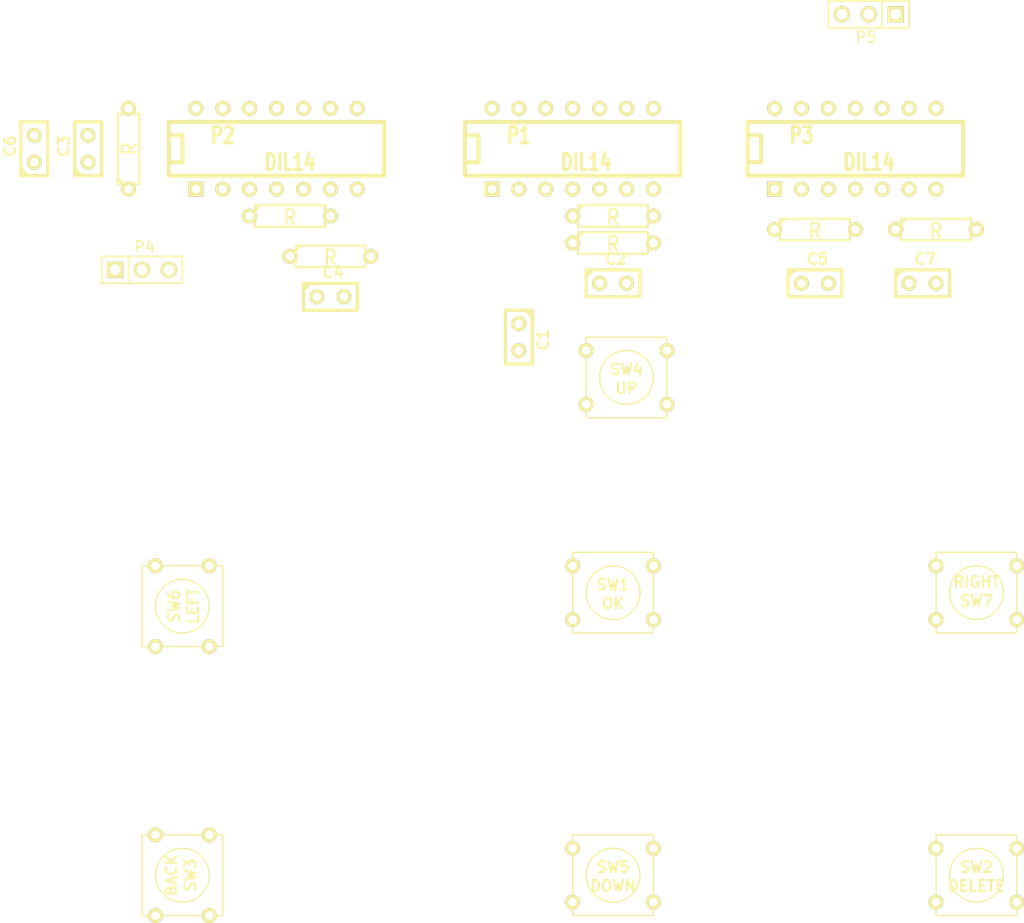
<source format=kicad_pcb>
(kicad_pcb (version 3) (host pcbnew "(2013-07-07 BZR 4022)-stable")

  (general
    (links 75)
    (no_connects 75)
    (area 0 0 0 0)
    (thickness 1.6)
    (drawings 0)
    (tracks 0)
    (zones 0)
    (modules 26)
    (nets 19)
  )

  (page A3)
  (layers
    (15 F.Cu signal)
    (0 B.Cu signal)
    (16 B.Adhes user)
    (17 F.Adhes user)
    (18 B.Paste user)
    (19 F.Paste user)
    (20 B.SilkS user)
    (21 F.SilkS user)
    (22 B.Mask user)
    (23 F.Mask user)
    (24 Dwgs.User user)
    (25 Cmts.User user)
    (26 Eco1.User user)
    (27 Eco2.User user)
    (28 Edge.Cuts user)
  )

  (setup
    (last_trace_width 0.254)
    (trace_clearance 0.254)
    (zone_clearance 0.508)
    (zone_45_only no)
    (trace_min 0.254)
    (segment_width 0.2)
    (edge_width 0.1)
    (via_size 0.889)
    (via_drill 0.635)
    (via_min_size 0.889)
    (via_min_drill 0.508)
    (uvia_size 0.508)
    (uvia_drill 0.127)
    (uvias_allowed no)
    (uvia_min_size 0.508)
    (uvia_min_drill 0.127)
    (pcb_text_width 0.3)
    (pcb_text_size 1.5 1.5)
    (mod_edge_width 0.15)
    (mod_text_size 1 1)
    (mod_text_width 0.15)
    (pad_size 1.5 1.5)
    (pad_drill 0.6)
    (pad_to_mask_clearance 0)
    (aux_axis_origin 0 0)
    (visible_elements FFFFFFBF)
    (pcbplotparams
      (layerselection 3178497)
      (usegerberextensions true)
      (excludeedgelayer true)
      (linewidth 0.150000)
      (plotframeref false)
      (viasonmask false)
      (mode 1)
      (useauxorigin false)
      (hpglpennumber 1)
      (hpglpenspeed 20)
      (hpglpendiameter 15)
      (hpglpenoverlay 2)
      (psnegative false)
      (psa4output false)
      (plotreference true)
      (plotvalue true)
      (plotothertext true)
      (plotinvisibletext false)
      (padsonsilk false)
      (subtractmaskfromsilk false)
      (outputformat 1)
      (mirror false)
      (drillshape 1)
      (scaleselection 1)
      (outputdirectory ""))
  )

  (net 0 "")
  (net 1 /a)
  (net 2 /b)
  (net 3 /b0)
  (net 4 /b01)
  (net 5 /b02)
  (net 6 /b1)
  (net 7 /b11)
  (net 8 /b12)
  (net 9 /b2)
  (net 10 /b21)
  (net 11 /b22)
  (net 12 /c)
  (net 13 /d)
  (net 14 /e)
  (net 15 /f)
  (net 16 /g)
  (net 17 /vcc)
  (net 18 gnd)

  (net_class Default "This is the default net class."
    (clearance 0.254)
    (trace_width 0.254)
    (via_dia 0.889)
    (via_drill 0.635)
    (uvia_dia 0.508)
    (uvia_drill 0.127)
    (add_net "")
    (add_net /a)
    (add_net /b)
    (add_net /b0)
    (add_net /b01)
    (add_net /b02)
    (add_net /b1)
    (add_net /b11)
    (add_net /b12)
    (add_net /b2)
    (add_net /b21)
    (add_net /b22)
    (add_net /c)
    (add_net /d)
    (add_net /e)
    (add_net /f)
    (add_net /g)
    (add_net /vcc)
    (add_net gnd)
  )

  (module SW_PUSH_SMALL (layer F.Cu) (tedit 46544DB3) (tstamp 5A61D75B)
    (at 237.49 93.98)
    (path /5A61C500)
    (fp_text reference SW4 (at 0 -0.762) (layer F.SilkS)
      (effects (font (size 1.016 1.016) (thickness 0.2032)))
    )
    (fp_text value UP (at 0 1.016) (layer F.SilkS)
      (effects (font (size 1.016 1.016) (thickness 0.2032)))
    )
    (fp_circle (center 0 0) (end 0 -2.54) (layer F.SilkS) (width 0.127))
    (fp_line (start -3.81 -3.81) (end 3.81 -3.81) (layer F.SilkS) (width 0.127))
    (fp_line (start 3.81 -3.81) (end 3.81 3.81) (layer F.SilkS) (width 0.127))
    (fp_line (start 3.81 3.81) (end -3.81 3.81) (layer F.SilkS) (width 0.127))
    (fp_line (start -3.81 -3.81) (end -3.81 3.81) (layer F.SilkS) (width 0.127))
    (pad 1 thru_hole circle (at 3.81 -2.54) (size 1.397 1.397) (drill 0.8128)
      (layers *.Cu *.Mask F.SilkS)
      (net 17 /vcc)
    )
    (pad 2 thru_hole circle (at 3.81 2.54) (size 1.397 1.397) (drill 0.8128)
      (layers *.Cu *.Mask F.SilkS)
      (net 1 /a)
    )
    (pad 1 thru_hole circle (at -3.81 -2.54) (size 1.397 1.397) (drill 0.8128)
      (layers *.Cu *.Mask F.SilkS)
      (net 17 /vcc)
    )
    (pad 2 thru_hole circle (at -3.81 2.54) (size 1.397 1.397) (drill 0.8128)
      (layers *.Cu *.Mask F.SilkS)
      (net 1 /a)
    )
  )

  (module SW_PUSH_SMALL (layer F.Cu) (tedit 46544DB3) (tstamp 5A61D768)
    (at 236.22 140.97)
    (path /5A61C57B)
    (fp_text reference SW5 (at 0 -0.762) (layer F.SilkS)
      (effects (font (size 1.016 1.016) (thickness 0.2032)))
    )
    (fp_text value DOWN (at 0 1.016) (layer F.SilkS)
      (effects (font (size 1.016 1.016) (thickness 0.2032)))
    )
    (fp_circle (center 0 0) (end 0 -2.54) (layer F.SilkS) (width 0.127))
    (fp_line (start -3.81 -3.81) (end 3.81 -3.81) (layer F.SilkS) (width 0.127))
    (fp_line (start 3.81 -3.81) (end 3.81 3.81) (layer F.SilkS) (width 0.127))
    (fp_line (start 3.81 3.81) (end -3.81 3.81) (layer F.SilkS) (width 0.127))
    (fp_line (start -3.81 -3.81) (end -3.81 3.81) (layer F.SilkS) (width 0.127))
    (pad 1 thru_hole circle (at 3.81 -2.54) (size 1.397 1.397) (drill 0.8128)
      (layers *.Cu *.Mask F.SilkS)
    )
    (pad 2 thru_hole circle (at 3.81 2.54) (size 1.397 1.397) (drill 0.8128)
      (layers *.Cu *.Mask F.SilkS)
      (net 2 /b)
    )
    (pad 1 thru_hole circle (at -3.81 -2.54) (size 1.397 1.397) (drill 0.8128)
      (layers *.Cu *.Mask F.SilkS)
    )
    (pad 2 thru_hole circle (at -3.81 2.54) (size 1.397 1.397) (drill 0.8128)
      (layers *.Cu *.Mask F.SilkS)
      (net 2 /b)
    )
  )

  (module SW_PUSH_SMALL (layer F.Cu) (tedit 46544DB3) (tstamp 5A61D775)
    (at 195.58 115.57 90)
    (path /5A61C5CB)
    (fp_text reference SW6 (at 0 -0.762 90) (layer F.SilkS)
      (effects (font (size 1.016 1.016) (thickness 0.2032)))
    )
    (fp_text value LEFT (at 0 1.016 90) (layer F.SilkS)
      (effects (font (size 1.016 1.016) (thickness 0.2032)))
    )
    (fp_circle (center 0 0) (end 0 -2.54) (layer F.SilkS) (width 0.127))
    (fp_line (start -3.81 -3.81) (end 3.81 -3.81) (layer F.SilkS) (width 0.127))
    (fp_line (start 3.81 -3.81) (end 3.81 3.81) (layer F.SilkS) (width 0.127))
    (fp_line (start 3.81 3.81) (end -3.81 3.81) (layer F.SilkS) (width 0.127))
    (fp_line (start -3.81 -3.81) (end -3.81 3.81) (layer F.SilkS) (width 0.127))
    (pad 1 thru_hole circle (at 3.81 -2.54 90) (size 1.397 1.397) (drill 0.8128)
      (layers *.Cu *.Mask F.SilkS)
      (net 17 /vcc)
    )
    (pad 2 thru_hole circle (at 3.81 2.54 90) (size 1.397 1.397) (drill 0.8128)
      (layers *.Cu *.Mask F.SilkS)
      (net 12 /c)
    )
    (pad 1 thru_hole circle (at -3.81 -2.54 90) (size 1.397 1.397) (drill 0.8128)
      (layers *.Cu *.Mask F.SilkS)
      (net 17 /vcc)
    )
    (pad 2 thru_hole circle (at -3.81 2.54 90) (size 1.397 1.397) (drill 0.8128)
      (layers *.Cu *.Mask F.SilkS)
      (net 12 /c)
    )
  )

  (module SW_PUSH_SMALL (layer F.Cu) (tedit 46544DB3) (tstamp 5A61D782)
    (at 270.51 114.3 180)
    (path /5A61C610)
    (fp_text reference SW7 (at 0 -0.762 180) (layer F.SilkS)
      (effects (font (size 1.016 1.016) (thickness 0.2032)))
    )
    (fp_text value RIGHT (at 0 1.016 180) (layer F.SilkS)
      (effects (font (size 1.016 1.016) (thickness 0.2032)))
    )
    (fp_circle (center 0 0) (end 0 -2.54) (layer F.SilkS) (width 0.127))
    (fp_line (start -3.81 -3.81) (end 3.81 -3.81) (layer F.SilkS) (width 0.127))
    (fp_line (start 3.81 -3.81) (end 3.81 3.81) (layer F.SilkS) (width 0.127))
    (fp_line (start 3.81 3.81) (end -3.81 3.81) (layer F.SilkS) (width 0.127))
    (fp_line (start -3.81 -3.81) (end -3.81 3.81) (layer F.SilkS) (width 0.127))
    (pad 1 thru_hole circle (at 3.81 -2.54 180) (size 1.397 1.397) (drill 0.8128)
      (layers *.Cu *.Mask F.SilkS)
      (net 17 /vcc)
    )
    (pad 2 thru_hole circle (at 3.81 2.54 180) (size 1.397 1.397) (drill 0.8128)
      (layers *.Cu *.Mask F.SilkS)
      (net 13 /d)
    )
    (pad 1 thru_hole circle (at -3.81 -2.54 180) (size 1.397 1.397) (drill 0.8128)
      (layers *.Cu *.Mask F.SilkS)
      (net 17 /vcc)
    )
    (pad 2 thru_hole circle (at -3.81 2.54 180) (size 1.397 1.397) (drill 0.8128)
      (layers *.Cu *.Mask F.SilkS)
      (net 13 /d)
    )
  )

  (module SW_PUSH_SMALL (layer F.Cu) (tedit 46544DB3) (tstamp 5A61D78F)
    (at 236.22 114.3)
    (path /5A61C64C)
    (fp_text reference SW1 (at 0 -0.762) (layer F.SilkS)
      (effects (font (size 1.016 1.016) (thickness 0.2032)))
    )
    (fp_text value OK (at 0 1.016) (layer F.SilkS)
      (effects (font (size 1.016 1.016) (thickness 0.2032)))
    )
    (fp_circle (center 0 0) (end 0 -2.54) (layer F.SilkS) (width 0.127))
    (fp_line (start -3.81 -3.81) (end 3.81 -3.81) (layer F.SilkS) (width 0.127))
    (fp_line (start 3.81 -3.81) (end 3.81 3.81) (layer F.SilkS) (width 0.127))
    (fp_line (start 3.81 3.81) (end -3.81 3.81) (layer F.SilkS) (width 0.127))
    (fp_line (start -3.81 -3.81) (end -3.81 3.81) (layer F.SilkS) (width 0.127))
    (pad 1 thru_hole circle (at 3.81 -2.54) (size 1.397 1.397) (drill 0.8128)
      (layers *.Cu *.Mask F.SilkS)
      (net 17 /vcc)
    )
    (pad 2 thru_hole circle (at 3.81 2.54) (size 1.397 1.397) (drill 0.8128)
      (layers *.Cu *.Mask F.SilkS)
      (net 14 /e)
    )
    (pad 1 thru_hole circle (at -3.81 -2.54) (size 1.397 1.397) (drill 0.8128)
      (layers *.Cu *.Mask F.SilkS)
      (net 17 /vcc)
    )
    (pad 2 thru_hole circle (at -3.81 2.54) (size 1.397 1.397) (drill 0.8128)
      (layers *.Cu *.Mask F.SilkS)
      (net 14 /e)
    )
  )

  (module SW_PUSH_SMALL (layer F.Cu) (tedit 46544DB3) (tstamp 5A61D79C)
    (at 270.51 140.97)
    (path /5A61C68F)
    (fp_text reference SW2 (at 0 -0.762) (layer F.SilkS)
      (effects (font (size 1.016 1.016) (thickness 0.2032)))
    )
    (fp_text value DELETE (at 0 1.016) (layer F.SilkS)
      (effects (font (size 1.016 1.016) (thickness 0.2032)))
    )
    (fp_circle (center 0 0) (end 0 -2.54) (layer F.SilkS) (width 0.127))
    (fp_line (start -3.81 -3.81) (end 3.81 -3.81) (layer F.SilkS) (width 0.127))
    (fp_line (start 3.81 -3.81) (end 3.81 3.81) (layer F.SilkS) (width 0.127))
    (fp_line (start 3.81 3.81) (end -3.81 3.81) (layer F.SilkS) (width 0.127))
    (fp_line (start -3.81 -3.81) (end -3.81 3.81) (layer F.SilkS) (width 0.127))
    (pad 1 thru_hole circle (at 3.81 -2.54) (size 1.397 1.397) (drill 0.8128)
      (layers *.Cu *.Mask F.SilkS)
      (net 17 /vcc)
    )
    (pad 2 thru_hole circle (at 3.81 2.54) (size 1.397 1.397) (drill 0.8128)
      (layers *.Cu *.Mask F.SilkS)
      (net 15 /f)
    )
    (pad 1 thru_hole circle (at -3.81 -2.54) (size 1.397 1.397) (drill 0.8128)
      (layers *.Cu *.Mask F.SilkS)
      (net 17 /vcc)
    )
    (pad 2 thru_hole circle (at -3.81 2.54) (size 1.397 1.397) (drill 0.8128)
      (layers *.Cu *.Mask F.SilkS)
      (net 15 /f)
    )
  )

  (module SW_PUSH_SMALL (layer F.Cu) (tedit 46544DB3) (tstamp 5A61DE25)
    (at 195.58 140.97 270)
    (path /5A61C6D7)
    (fp_text reference SW3 (at 0 -0.762 270) (layer F.SilkS)
      (effects (font (size 1.016 1.016) (thickness 0.2032)))
    )
    (fp_text value BACK (at 0 1.016 270) (layer F.SilkS)
      (effects (font (size 1.016 1.016) (thickness 0.2032)))
    )
    (fp_circle (center 0 0) (end 0 -2.54) (layer F.SilkS) (width 0.127))
    (fp_line (start -3.81 -3.81) (end 3.81 -3.81) (layer F.SilkS) (width 0.127))
    (fp_line (start 3.81 -3.81) (end 3.81 3.81) (layer F.SilkS) (width 0.127))
    (fp_line (start 3.81 3.81) (end -3.81 3.81) (layer F.SilkS) (width 0.127))
    (fp_line (start -3.81 -3.81) (end -3.81 3.81) (layer F.SilkS) (width 0.127))
    (pad 1 thru_hole circle (at 3.81 -2.54 270) (size 1.397 1.397) (drill 0.8128)
      (layers *.Cu *.Mask F.SilkS)
      (net 17 /vcc)
    )
    (pad 2 thru_hole circle (at 3.81 2.54 270) (size 1.397 1.397) (drill 0.8128)
      (layers *.Cu *.Mask F.SilkS)
      (net 16 /g)
    )
    (pad 1 thru_hole circle (at -3.81 -2.54 270) (size 1.397 1.397) (drill 0.8128)
      (layers *.Cu *.Mask F.SilkS)
      (net 17 /vcc)
    )
    (pad 2 thru_hole circle (at -3.81 2.54 270) (size 1.397 1.397) (drill 0.8128)
      (layers *.Cu *.Mask F.SilkS)
      (net 16 /g)
    )
  )

  (module R3 (layer F.Cu) (tedit 4E4C0E65) (tstamp 5A61D7B7)
    (at 236.22 81.28)
    (descr "Resitance 3 pas")
    (tags R)
    (path /5A61C1C9)
    (autoplace_cost180 10)
    (fp_text reference R4 (at 0 0.127) (layer F.SilkS) hide
      (effects (font (size 1.397 1.27) (thickness 0.2032)))
    )
    (fp_text value R (at 0 0.127) (layer F.SilkS)
      (effects (font (size 1.397 1.27) (thickness 0.2032)))
    )
    (fp_line (start -3.81 0) (end -3.302 0) (layer F.SilkS) (width 0.2032))
    (fp_line (start 3.81 0) (end 3.302 0) (layer F.SilkS) (width 0.2032))
    (fp_line (start 3.302 0) (end 3.302 -1.016) (layer F.SilkS) (width 0.2032))
    (fp_line (start 3.302 -1.016) (end -3.302 -1.016) (layer F.SilkS) (width 0.2032))
    (fp_line (start -3.302 -1.016) (end -3.302 1.016) (layer F.SilkS) (width 0.2032))
    (fp_line (start -3.302 1.016) (end 3.302 1.016) (layer F.SilkS) (width 0.2032))
    (fp_line (start 3.302 1.016) (end 3.302 0) (layer F.SilkS) (width 0.2032))
    (fp_line (start -3.302 -0.508) (end -2.794 -1.016) (layer F.SilkS) (width 0.2032))
    (pad 1 thru_hole circle (at -3.81 0) (size 1.397 1.397) (drill 0.8128)
      (layers *.Cu *.Mask F.SilkS)
      (net 1 /a)
    )
    (pad 2 thru_hole circle (at 3.81 0) (size 1.397 1.397) (drill 0.8128)
      (layers *.Cu *.Mask F.SilkS)
      (net 18 gnd)
    )
    (model discret/resistor.wrl
      (at (xyz 0 0 0))
      (scale (xyz 0.3 0.3 0.3))
      (rotate (xyz 0 0 0))
    )
  )

  (module R3 (layer F.Cu) (tedit 4E4C0E65) (tstamp 5A61D7C5)
    (at 209.55 82.55)
    (descr "Resitance 3 pas")
    (tags R)
    (path /5A61D6AD)
    (autoplace_cost180 10)
    (fp_text reference R1 (at 0 0.127) (layer F.SilkS) hide
      (effects (font (size 1.397 1.27) (thickness 0.2032)))
    )
    (fp_text value R (at 0 0.127) (layer F.SilkS)
      (effects (font (size 1.397 1.27) (thickness 0.2032)))
    )
    (fp_line (start -3.81 0) (end -3.302 0) (layer F.SilkS) (width 0.2032))
    (fp_line (start 3.81 0) (end 3.302 0) (layer F.SilkS) (width 0.2032))
    (fp_line (start 3.302 0) (end 3.302 -1.016) (layer F.SilkS) (width 0.2032))
    (fp_line (start 3.302 -1.016) (end -3.302 -1.016) (layer F.SilkS) (width 0.2032))
    (fp_line (start -3.302 -1.016) (end -3.302 1.016) (layer F.SilkS) (width 0.2032))
    (fp_line (start -3.302 1.016) (end 3.302 1.016) (layer F.SilkS) (width 0.2032))
    (fp_line (start 3.302 1.016) (end 3.302 0) (layer F.SilkS) (width 0.2032))
    (fp_line (start -3.302 -0.508) (end -2.794 -1.016) (layer F.SilkS) (width 0.2032))
    (pad 1 thru_hole circle (at -3.81 0) (size 1.397 1.397) (drill 0.8128)
      (layers *.Cu *.Mask F.SilkS)
      (net 16 /g)
    )
    (pad 2 thru_hole circle (at 3.81 0) (size 1.397 1.397) (drill 0.8128)
      (layers *.Cu *.Mask F.SilkS)
      (net 18 gnd)
    )
    (model discret/resistor.wrl
      (at (xyz 0 0 0))
      (scale (xyz 0.3 0.3 0.3))
      (rotate (xyz 0 0 0))
    )
  )

  (module R3 (layer F.Cu) (tedit 4E4C0E65) (tstamp 5A61D7D3)
    (at 236.22 78.74)
    (descr "Resitance 3 pas")
    (tags R)
    (path /5A61D656)
    (autoplace_cost180 10)
    (fp_text reference R3 (at 0 0.127) (layer F.SilkS) hide
      (effects (font (size 1.397 1.27) (thickness 0.2032)))
    )
    (fp_text value R (at 0 0.127) (layer F.SilkS)
      (effects (font (size 1.397 1.27) (thickness 0.2032)))
    )
    (fp_line (start -3.81 0) (end -3.302 0) (layer F.SilkS) (width 0.2032))
    (fp_line (start 3.81 0) (end 3.302 0) (layer F.SilkS) (width 0.2032))
    (fp_line (start 3.302 0) (end 3.302 -1.016) (layer F.SilkS) (width 0.2032))
    (fp_line (start 3.302 -1.016) (end -3.302 -1.016) (layer F.SilkS) (width 0.2032))
    (fp_line (start -3.302 -1.016) (end -3.302 1.016) (layer F.SilkS) (width 0.2032))
    (fp_line (start -3.302 1.016) (end 3.302 1.016) (layer F.SilkS) (width 0.2032))
    (fp_line (start 3.302 1.016) (end 3.302 0) (layer F.SilkS) (width 0.2032))
    (fp_line (start -3.302 -0.508) (end -2.794 -1.016) (layer F.SilkS) (width 0.2032))
    (pad 1 thru_hole circle (at -3.81 0) (size 1.397 1.397) (drill 0.8128)
      (layers *.Cu *.Mask F.SilkS)
      (net 15 /f)
    )
    (pad 2 thru_hole circle (at 3.81 0) (size 1.397 1.397) (drill 0.8128)
      (layers *.Cu *.Mask F.SilkS)
      (net 18 gnd)
    )
    (model discret/resistor.wrl
      (at (xyz 0 0 0))
      (scale (xyz 0.3 0.3 0.3))
      (rotate (xyz 0 0 0))
    )
  )

  (module R3 (layer F.Cu) (tedit 4E4C0E65) (tstamp 5A61D7E1)
    (at 266.7 80.01)
    (descr "Resitance 3 pas")
    (tags R)
    (path /5A61D60A)
    (autoplace_cost180 10)
    (fp_text reference R2 (at 0 0.127) (layer F.SilkS) hide
      (effects (font (size 1.397 1.27) (thickness 0.2032)))
    )
    (fp_text value R (at 0 0.127) (layer F.SilkS)
      (effects (font (size 1.397 1.27) (thickness 0.2032)))
    )
    (fp_line (start -3.81 0) (end -3.302 0) (layer F.SilkS) (width 0.2032))
    (fp_line (start 3.81 0) (end 3.302 0) (layer F.SilkS) (width 0.2032))
    (fp_line (start 3.302 0) (end 3.302 -1.016) (layer F.SilkS) (width 0.2032))
    (fp_line (start 3.302 -1.016) (end -3.302 -1.016) (layer F.SilkS) (width 0.2032))
    (fp_line (start -3.302 -1.016) (end -3.302 1.016) (layer F.SilkS) (width 0.2032))
    (fp_line (start -3.302 1.016) (end 3.302 1.016) (layer F.SilkS) (width 0.2032))
    (fp_line (start 3.302 1.016) (end 3.302 0) (layer F.SilkS) (width 0.2032))
    (fp_line (start -3.302 -0.508) (end -2.794 -1.016) (layer F.SilkS) (width 0.2032))
    (pad 1 thru_hole circle (at -3.81 0) (size 1.397 1.397) (drill 0.8128)
      (layers *.Cu *.Mask F.SilkS)
      (net 14 /e)
    )
    (pad 2 thru_hole circle (at 3.81 0) (size 1.397 1.397) (drill 0.8128)
      (layers *.Cu *.Mask F.SilkS)
      (net 18 gnd)
    )
    (model discret/resistor.wrl
      (at (xyz 0 0 0))
      (scale (xyz 0.3 0.3 0.3))
      (rotate (xyz 0 0 0))
    )
  )

  (module R3 (layer F.Cu) (tedit 4E4C0E65) (tstamp 5A61D7EF)
    (at 205.74 78.74)
    (descr "Resitance 3 pas")
    (tags R)
    (path /5A61D5BF)
    (autoplace_cost180 10)
    (fp_text reference R7 (at 0 0.127) (layer F.SilkS) hide
      (effects (font (size 1.397 1.27) (thickness 0.2032)))
    )
    (fp_text value R (at 0 0.127) (layer F.SilkS)
      (effects (font (size 1.397 1.27) (thickness 0.2032)))
    )
    (fp_line (start -3.81 0) (end -3.302 0) (layer F.SilkS) (width 0.2032))
    (fp_line (start 3.81 0) (end 3.302 0) (layer F.SilkS) (width 0.2032))
    (fp_line (start 3.302 0) (end 3.302 -1.016) (layer F.SilkS) (width 0.2032))
    (fp_line (start 3.302 -1.016) (end -3.302 -1.016) (layer F.SilkS) (width 0.2032))
    (fp_line (start -3.302 -1.016) (end -3.302 1.016) (layer F.SilkS) (width 0.2032))
    (fp_line (start -3.302 1.016) (end 3.302 1.016) (layer F.SilkS) (width 0.2032))
    (fp_line (start 3.302 1.016) (end 3.302 0) (layer F.SilkS) (width 0.2032))
    (fp_line (start -3.302 -0.508) (end -2.794 -1.016) (layer F.SilkS) (width 0.2032))
    (pad 1 thru_hole circle (at -3.81 0) (size 1.397 1.397) (drill 0.8128)
      (layers *.Cu *.Mask F.SilkS)
      (net 13 /d)
    )
    (pad 2 thru_hole circle (at 3.81 0) (size 1.397 1.397) (drill 0.8128)
      (layers *.Cu *.Mask F.SilkS)
      (net 18 gnd)
    )
    (model discret/resistor.wrl
      (at (xyz 0 0 0))
      (scale (xyz 0.3 0.3 0.3))
      (rotate (xyz 0 0 0))
    )
  )

  (module R3 (layer F.Cu) (tedit 4E4C0E65) (tstamp 5A61D7FD)
    (at 255.27 80.01)
    (descr "Resitance 3 pas")
    (tags R)
    (path /5A61D571)
    (autoplace_cost180 10)
    (fp_text reference R6 (at 0 0.127) (layer F.SilkS) hide
      (effects (font (size 1.397 1.27) (thickness 0.2032)))
    )
    (fp_text value R (at 0 0.127) (layer F.SilkS)
      (effects (font (size 1.397 1.27) (thickness 0.2032)))
    )
    (fp_line (start -3.81 0) (end -3.302 0) (layer F.SilkS) (width 0.2032))
    (fp_line (start 3.81 0) (end 3.302 0) (layer F.SilkS) (width 0.2032))
    (fp_line (start 3.302 0) (end 3.302 -1.016) (layer F.SilkS) (width 0.2032))
    (fp_line (start 3.302 -1.016) (end -3.302 -1.016) (layer F.SilkS) (width 0.2032))
    (fp_line (start -3.302 -1.016) (end -3.302 1.016) (layer F.SilkS) (width 0.2032))
    (fp_line (start -3.302 1.016) (end 3.302 1.016) (layer F.SilkS) (width 0.2032))
    (fp_line (start 3.302 1.016) (end 3.302 0) (layer F.SilkS) (width 0.2032))
    (fp_line (start -3.302 -0.508) (end -2.794 -1.016) (layer F.SilkS) (width 0.2032))
    (pad 1 thru_hole circle (at -3.81 0) (size 1.397 1.397) (drill 0.8128)
      (layers *.Cu *.Mask F.SilkS)
      (net 12 /c)
    )
    (pad 2 thru_hole circle (at 3.81 0) (size 1.397 1.397) (drill 0.8128)
      (layers *.Cu *.Mask F.SilkS)
      (net 18 gnd)
    )
    (model discret/resistor.wrl
      (at (xyz 0 0 0))
      (scale (xyz 0.3 0.3 0.3))
      (rotate (xyz 0 0 0))
    )
  )

  (module R3 (layer F.Cu) (tedit 4E4C0E65) (tstamp 5A61D80B)
    (at 190.5 72.39 90)
    (descr "Resitance 3 pas")
    (tags R)
    (path /5A61D51C)
    (autoplace_cost180 10)
    (fp_text reference R5 (at 0 0.127 90) (layer F.SilkS) hide
      (effects (font (size 1.397 1.27) (thickness 0.2032)))
    )
    (fp_text value R (at 0 0.127 90) (layer F.SilkS)
      (effects (font (size 1.397 1.27) (thickness 0.2032)))
    )
    (fp_line (start -3.81 0) (end -3.302 0) (layer F.SilkS) (width 0.2032))
    (fp_line (start 3.81 0) (end 3.302 0) (layer F.SilkS) (width 0.2032))
    (fp_line (start 3.302 0) (end 3.302 -1.016) (layer F.SilkS) (width 0.2032))
    (fp_line (start 3.302 -1.016) (end -3.302 -1.016) (layer F.SilkS) (width 0.2032))
    (fp_line (start -3.302 -1.016) (end -3.302 1.016) (layer F.SilkS) (width 0.2032))
    (fp_line (start -3.302 1.016) (end 3.302 1.016) (layer F.SilkS) (width 0.2032))
    (fp_line (start 3.302 1.016) (end 3.302 0) (layer F.SilkS) (width 0.2032))
    (fp_line (start -3.302 -0.508) (end -2.794 -1.016) (layer F.SilkS) (width 0.2032))
    (pad 1 thru_hole circle (at -3.81 0 90) (size 1.397 1.397) (drill 0.8128)
      (layers *.Cu *.Mask F.SilkS)
      (net 2 /b)
    )
    (pad 2 thru_hole circle (at 3.81 0 90) (size 1.397 1.397) (drill 0.8128)
      (layers *.Cu *.Mask F.SilkS)
      (net 18 gnd)
    )
    (model discret/resistor.wrl
      (at (xyz 0 0 0))
      (scale (xyz 0.3 0.3 0.3))
      (rotate (xyz 0 0 0))
    )
  )

  (module PIN_ARRAY_3X1 (layer F.Cu) (tedit 4C1130E0) (tstamp 5A61D817)
    (at 260.35 59.69 180)
    (descr "Connecteur 3 pins")
    (tags "CONN DEV")
    (path /5A61C3B4)
    (fp_text reference P5 (at 0.254 -2.159 180) (layer F.SilkS)
      (effects (font (size 1.016 1.016) (thickness 0.1524)))
    )
    (fp_text value CONN_01X03 (at 0 -2.159 180) (layer F.SilkS) hide
      (effects (font (size 1.016 1.016) (thickness 0.1524)))
    )
    (fp_line (start -3.81 1.27) (end -3.81 -1.27) (layer F.SilkS) (width 0.1524))
    (fp_line (start -3.81 -1.27) (end 3.81 -1.27) (layer F.SilkS) (width 0.1524))
    (fp_line (start 3.81 -1.27) (end 3.81 1.27) (layer F.SilkS) (width 0.1524))
    (fp_line (start 3.81 1.27) (end -3.81 1.27) (layer F.SilkS) (width 0.1524))
    (fp_line (start -1.27 -1.27) (end -1.27 1.27) (layer F.SilkS) (width 0.1524))
    (pad 1 thru_hole rect (at -2.54 0 180) (size 1.524 1.524) (drill 1.016)
      (layers *.Cu *.Mask F.SilkS)
      (net 9 /b2)
    )
    (pad 2 thru_hole circle (at 0 0 180) (size 1.524 1.524) (drill 1.016)
      (layers *.Cu *.Mask F.SilkS)
      (net 6 /b1)
    )
    (pad 3 thru_hole circle (at 2.54 0 180) (size 1.524 1.524) (drill 1.016)
      (layers *.Cu *.Mask F.SilkS)
      (net 3 /b0)
    )
    (model pin_array/pins_array_3x1.wrl
      (at (xyz 0 0 0))
      (scale (xyz 1 1 1))
      (rotate (xyz 0 0 0))
    )
  )

  (module PIN_ARRAY_3X1 (layer F.Cu) (tedit 4C1130E0) (tstamp 5A61D823)
    (at 191.77 83.82)
    (descr "Connecteur 3 pins")
    (tags "CONN DEV")
    (path /5A621CD2)
    (fp_text reference P4 (at 0.254 -2.159) (layer F.SilkS)
      (effects (font (size 1.016 1.016) (thickness 0.1524)))
    )
    (fp_text value CONN_01X03 (at 0 -2.159) (layer F.SilkS) hide
      (effects (font (size 1.016 1.016) (thickness 0.1524)))
    )
    (fp_line (start -3.81 1.27) (end -3.81 -1.27) (layer F.SilkS) (width 0.1524))
    (fp_line (start -3.81 -1.27) (end 3.81 -1.27) (layer F.SilkS) (width 0.1524))
    (fp_line (start 3.81 -1.27) (end 3.81 1.27) (layer F.SilkS) (width 0.1524))
    (fp_line (start 3.81 1.27) (end -3.81 1.27) (layer F.SilkS) (width 0.1524))
    (fp_line (start -1.27 -1.27) (end -1.27 1.27) (layer F.SilkS) (width 0.1524))
    (pad 1 thru_hole rect (at -2.54 0) (size 1.524 1.524) (drill 1.016)
      (layers *.Cu *.Mask F.SilkS)
      (net 18 gnd)
    )
    (pad 2 thru_hole circle (at 0 0) (size 1.524 1.524) (drill 1.016)
      (layers *.Cu *.Mask F.SilkS)
      (net 17 /vcc)
    )
    (pad 3 thru_hole circle (at 2.54 0) (size 1.524 1.524) (drill 1.016)
      (layers *.Cu *.Mask F.SilkS)
      (net 18 gnd)
    )
    (model pin_array/pins_array_3x1.wrl
      (at (xyz 0 0 0))
      (scale (xyz 1 1 1))
      (rotate (xyz 0 0 0))
    )
  )

  (module DIP-14__300 (layer F.Cu) (tedit 200000) (tstamp 5A61D83C)
    (at 259.08 72.39)
    (descr "14 pins DIL package, round pads")
    (tags DIL)
    (path /5A61C411)
    (fp_text reference P3 (at -5.08 -1.27) (layer F.SilkS)
      (effects (font (size 1.524 1.143) (thickness 0.3048)))
    )
    (fp_text value DIL14 (at 1.27 1.27) (layer F.SilkS)
      (effects (font (size 1.524 1.143) (thickness 0.3048)))
    )
    (fp_line (start -10.16 -2.54) (end 10.16 -2.54) (layer F.SilkS) (width 0.381))
    (fp_line (start 10.16 2.54) (end -10.16 2.54) (layer F.SilkS) (width 0.381))
    (fp_line (start -10.16 2.54) (end -10.16 -2.54) (layer F.SilkS) (width 0.381))
    (fp_line (start -10.16 -1.27) (end -8.89 -1.27) (layer F.SilkS) (width 0.381))
    (fp_line (start -8.89 -1.27) (end -8.89 1.27) (layer F.SilkS) (width 0.381))
    (fp_line (start -8.89 1.27) (end -10.16 1.27) (layer F.SilkS) (width 0.381))
    (fp_line (start 10.16 -2.54) (end 10.16 2.54) (layer F.SilkS) (width 0.381))
    (pad 1 thru_hole rect (at -7.62 3.81) (size 1.397 1.397) (drill 0.8128)
      (layers *.Cu *.Mask F.SilkS)
      (net 12 /c)
    )
    (pad 2 thru_hole circle (at -5.08 3.81) (size 1.397 1.397) (drill 0.8128)
      (layers *.Cu *.Mask F.SilkS)
      (net 15 /f)
    )
    (pad 3 thru_hole circle (at -2.54 3.81) (size 1.397 1.397) (drill 0.8128)
      (layers *.Cu *.Mask F.SilkS)
      (net 10 /b21)
    )
    (pad 4 thru_hole circle (at 0 3.81) (size 1.397 1.397) (drill 0.8128)
      (layers *.Cu *.Mask F.SilkS)
      (net 14 /e)
    )
    (pad 5 thru_hole circle (at 2.54 3.81) (size 1.397 1.397) (drill 0.8128)
      (layers *.Cu *.Mask F.SilkS)
      (net 16 /g)
    )
    (pad 6 thru_hole circle (at 5.08 3.81) (size 1.397 1.397) (drill 0.8128)
      (layers *.Cu *.Mask F.SilkS)
      (net 11 /b22)
    )
    (pad 7 thru_hole circle (at 7.62 3.81) (size 1.397 1.397) (drill 0.8128)
      (layers *.Cu *.Mask F.SilkS)
      (net 18 gnd)
    )
    (pad 8 thru_hole circle (at 7.62 -3.81) (size 1.397 1.397) (drill 0.8128)
      (layers *.Cu *.Mask F.SilkS)
    )
    (pad 9 thru_hole circle (at 5.08 -3.81) (size 1.397 1.397) (drill 0.8128)
      (layers *.Cu *.Mask F.SilkS)
    )
    (pad 10 thru_hole circle (at 2.54 -3.81) (size 1.397 1.397) (drill 0.8128)
      (layers *.Cu *.Mask F.SilkS)
    )
    (pad 11 thru_hole circle (at 0 -3.81) (size 1.397 1.397) (drill 0.8128)
      (layers *.Cu *.Mask F.SilkS)
      (net 9 /b2)
    )
    (pad 12 thru_hole circle (at -2.54 -3.81) (size 1.397 1.397) (drill 0.8128)
      (layers *.Cu *.Mask F.SilkS)
      (net 11 /b22)
    )
    (pad 13 thru_hole circle (at -5.08 -3.81) (size 1.397 1.397) (drill 0.8128)
      (layers *.Cu *.Mask F.SilkS)
      (net 10 /b21)
    )
    (pad 14 thru_hole circle (at -7.62 -3.81) (size 1.397 1.397) (drill 0.8128)
      (layers *.Cu *.Mask F.SilkS)
      (net 17 /vcc)
    )
    (model dil/dil_14.wrl
      (at (xyz 0 0 0))
      (scale (xyz 1 1 1))
      (rotate (xyz 0 0 0))
    )
  )

  (module DIP-14__300 (layer F.Cu) (tedit 200000) (tstamp 5A61D855)
    (at 232.41 72.39)
    (descr "14 pins DIL package, round pads")
    (tags DIL)
    (path /5A61C30B)
    (fp_text reference P1 (at -5.08 -1.27) (layer F.SilkS)
      (effects (font (size 1.524 1.143) (thickness 0.3048)))
    )
    (fp_text value DIL14 (at 1.27 1.27) (layer F.SilkS)
      (effects (font (size 1.524 1.143) (thickness 0.3048)))
    )
    (fp_line (start -10.16 -2.54) (end 10.16 -2.54) (layer F.SilkS) (width 0.381))
    (fp_line (start 10.16 2.54) (end -10.16 2.54) (layer F.SilkS) (width 0.381))
    (fp_line (start -10.16 2.54) (end -10.16 -2.54) (layer F.SilkS) (width 0.381))
    (fp_line (start -10.16 -1.27) (end -8.89 -1.27) (layer F.SilkS) (width 0.381))
    (fp_line (start -8.89 -1.27) (end -8.89 1.27) (layer F.SilkS) (width 0.381))
    (fp_line (start -8.89 1.27) (end -10.16 1.27) (layer F.SilkS) (width 0.381))
    (fp_line (start 10.16 -2.54) (end 10.16 2.54) (layer F.SilkS) (width 0.381))
    (pad 1 thru_hole rect (at -7.62 3.81) (size 1.397 1.397) (drill 0.8128)
      (layers *.Cu *.Mask F.SilkS)
      (net 16 /g)
    )
    (pad 2 thru_hole circle (at -5.08 3.81) (size 1.397 1.397) (drill 0.8128)
      (layers *.Cu *.Mask F.SilkS)
      (net 13 /d)
    )
    (pad 3 thru_hole circle (at -2.54 3.81) (size 1.397 1.397) (drill 0.8128)
      (layers *.Cu *.Mask F.SilkS)
      (net 4 /b01)
    )
    (pad 4 thru_hole circle (at 0 3.81) (size 1.397 1.397) (drill 0.8128)
      (layers *.Cu *.Mask F.SilkS)
      (net 15 /f)
    )
    (pad 5 thru_hole circle (at 2.54 3.81) (size 1.397 1.397) (drill 0.8128)
      (layers *.Cu *.Mask F.SilkS)
      (net 1 /a)
    )
    (pad 6 thru_hole circle (at 5.08 3.81) (size 1.397 1.397) (drill 0.8128)
      (layers *.Cu *.Mask F.SilkS)
      (net 5 /b02)
    )
    (pad 7 thru_hole circle (at 7.62 3.81) (size 1.397 1.397) (drill 0.8128)
      (layers *.Cu *.Mask F.SilkS)
      (net 18 gnd)
    )
    (pad 8 thru_hole circle (at 7.62 -3.81) (size 1.397 1.397) (drill 0.8128)
      (layers *.Cu *.Mask F.SilkS)
    )
    (pad 9 thru_hole circle (at 5.08 -3.81) (size 1.397 1.397) (drill 0.8128)
      (layers *.Cu *.Mask F.SilkS)
    )
    (pad 10 thru_hole circle (at 2.54 -3.81) (size 1.397 1.397) (drill 0.8128)
      (layers *.Cu *.Mask F.SilkS)
    )
    (pad 11 thru_hole circle (at 0 -3.81) (size 1.397 1.397) (drill 0.8128)
      (layers *.Cu *.Mask F.SilkS)
      (net 3 /b0)
    )
    (pad 12 thru_hole circle (at -2.54 -3.81) (size 1.397 1.397) (drill 0.8128)
      (layers *.Cu *.Mask F.SilkS)
      (net 5 /b02)
    )
    (pad 13 thru_hole circle (at -5.08 -3.81) (size 1.397 1.397) (drill 0.8128)
      (layers *.Cu *.Mask F.SilkS)
      (net 4 /b01)
    )
    (pad 14 thru_hole circle (at -7.62 -3.81) (size 1.397 1.397) (drill 0.8128)
      (layers *.Cu *.Mask F.SilkS)
      (net 17 /vcc)
    )
    (model dil/dil_14.wrl
      (at (xyz 0 0 0))
      (scale (xyz 1 1 1))
      (rotate (xyz 0 0 0))
    )
  )

  (module DIP-14__300 (layer F.Cu) (tedit 200000) (tstamp 5A61D86E)
    (at 204.47 72.39)
    (descr "14 pins DIL package, round pads")
    (tags DIL)
    (path /5A6222A6)
    (fp_text reference P2 (at -5.08 -1.27) (layer F.SilkS)
      (effects (font (size 1.524 1.143) (thickness 0.3048)))
    )
    (fp_text value DIL14 (at 1.27 1.27) (layer F.SilkS)
      (effects (font (size 1.524 1.143) (thickness 0.3048)))
    )
    (fp_line (start -10.16 -2.54) (end 10.16 -2.54) (layer F.SilkS) (width 0.381))
    (fp_line (start 10.16 2.54) (end -10.16 2.54) (layer F.SilkS) (width 0.381))
    (fp_line (start -10.16 2.54) (end -10.16 -2.54) (layer F.SilkS) (width 0.381))
    (fp_line (start -10.16 -1.27) (end -8.89 -1.27) (layer F.SilkS) (width 0.381))
    (fp_line (start -8.89 -1.27) (end -8.89 1.27) (layer F.SilkS) (width 0.381))
    (fp_line (start -8.89 1.27) (end -10.16 1.27) (layer F.SilkS) (width 0.381))
    (fp_line (start 10.16 -2.54) (end 10.16 2.54) (layer F.SilkS) (width 0.381))
    (pad 1 thru_hole rect (at -7.62 3.81) (size 1.397 1.397) (drill 0.8128)
      (layers *.Cu *.Mask F.SilkS)
      (net 2 /b)
    )
    (pad 2 thru_hole circle (at -5.08 3.81) (size 1.397 1.397) (drill 0.8128)
      (layers *.Cu *.Mask F.SilkS)
      (net 13 /d)
    )
    (pad 3 thru_hole circle (at -2.54 3.81) (size 1.397 1.397) (drill 0.8128)
      (layers *.Cu *.Mask F.SilkS)
      (net 7 /b11)
    )
    (pad 4 thru_hole circle (at 0 3.81) (size 1.397 1.397) (drill 0.8128)
      (layers *.Cu *.Mask F.SilkS)
      (net 14 /e)
    )
    (pad 5 thru_hole circle (at 2.54 3.81) (size 1.397 1.397) (drill 0.8128)
      (layers *.Cu *.Mask F.SilkS)
      (net 16 /g)
    )
    (pad 6 thru_hole circle (at 5.08 3.81) (size 1.397 1.397) (drill 0.8128)
      (layers *.Cu *.Mask F.SilkS)
      (net 8 /b12)
    )
    (pad 7 thru_hole circle (at 7.62 3.81) (size 1.397 1.397) (drill 0.8128)
      (layers *.Cu *.Mask F.SilkS)
      (net 18 gnd)
    )
    (pad 8 thru_hole circle (at 7.62 -3.81) (size 1.397 1.397) (drill 0.8128)
      (layers *.Cu *.Mask F.SilkS)
    )
    (pad 9 thru_hole circle (at 5.08 -3.81) (size 1.397 1.397) (drill 0.8128)
      (layers *.Cu *.Mask F.SilkS)
    )
    (pad 10 thru_hole circle (at 2.54 -3.81) (size 1.397 1.397) (drill 0.8128)
      (layers *.Cu *.Mask F.SilkS)
    )
    (pad 11 thru_hole circle (at 0 -3.81) (size 1.397 1.397) (drill 0.8128)
      (layers *.Cu *.Mask F.SilkS)
      (net 6 /b1)
    )
    (pad 12 thru_hole circle (at -2.54 -3.81) (size 1.397 1.397) (drill 0.8128)
      (layers *.Cu *.Mask F.SilkS)
      (net 8 /b12)
    )
    (pad 13 thru_hole circle (at -5.08 -3.81) (size 1.397 1.397) (drill 0.8128)
      (layers *.Cu *.Mask F.SilkS)
      (net 7 /b11)
    )
    (pad 14 thru_hole circle (at -7.62 -3.81) (size 1.397 1.397) (drill 0.8128)
      (layers *.Cu *.Mask F.SilkS)
      (net 17 /vcc)
    )
    (model dil/dil_14.wrl
      (at (xyz 0 0 0))
      (scale (xyz 1 1 1))
      (rotate (xyz 0 0 0))
    )
  )

  (module C1 (layer F.Cu) (tedit 3F92C496) (tstamp 5A61D879)
    (at 236.22 85.09)
    (descr "Condensateur e = 1 pas")
    (tags C)
    (path /5A61C2DA)
    (fp_text reference C2 (at 0.254 -2.286) (layer F.SilkS)
      (effects (font (size 1.016 1.016) (thickness 0.2032)))
    )
    (fp_text value C (at 0 -2.286) (layer F.SilkS) hide
      (effects (font (size 1.016 1.016) (thickness 0.2032)))
    )
    (fp_line (start -2.4892 -1.27) (end 2.54 -1.27) (layer F.SilkS) (width 0.3048))
    (fp_line (start 2.54 -1.27) (end 2.54 1.27) (layer F.SilkS) (width 0.3048))
    (fp_line (start 2.54 1.27) (end -2.54 1.27) (layer F.SilkS) (width 0.3048))
    (fp_line (start -2.54 1.27) (end -2.54 -1.27) (layer F.SilkS) (width 0.3048))
    (fp_line (start -2.54 -0.635) (end -1.905 -1.27) (layer F.SilkS) (width 0.3048))
    (pad 1 thru_hole circle (at -1.27 0) (size 1.397 1.397) (drill 0.8128)
      (layers *.Cu *.Mask F.SilkS)
      (net 1 /a)
    )
    (pad 2 thru_hole circle (at 1.27 0) (size 1.397 1.397) (drill 0.8128)
      (layers *.Cu *.Mask F.SilkS)
      (net 18 gnd)
    )
    (model discret/capa_1_pas.wrl
      (at (xyz 0 0 0))
      (scale (xyz 1 1 1))
      (rotate (xyz 0 0 0))
    )
  )

  (module C1 (layer F.Cu) (tedit 3F92C496) (tstamp 5A61D884)
    (at 186.69 72.39 90)
    (descr "Condensateur e = 1 pas")
    (tags C)
    (path /5A61E4FB)
    (fp_text reference C3 (at 0.254 -2.286 90) (layer F.SilkS)
      (effects (font (size 1.016 1.016) (thickness 0.2032)))
    )
    (fp_text value C (at 0 -2.286 90) (layer F.SilkS) hide
      (effects (font (size 1.016 1.016) (thickness 0.2032)))
    )
    (fp_line (start -2.4892 -1.27) (end 2.54 -1.27) (layer F.SilkS) (width 0.3048))
    (fp_line (start 2.54 -1.27) (end 2.54 1.27) (layer F.SilkS) (width 0.3048))
    (fp_line (start 2.54 1.27) (end -2.54 1.27) (layer F.SilkS) (width 0.3048))
    (fp_line (start -2.54 1.27) (end -2.54 -1.27) (layer F.SilkS) (width 0.3048))
    (fp_line (start -2.54 -0.635) (end -1.905 -1.27) (layer F.SilkS) (width 0.3048))
    (pad 1 thru_hole circle (at -1.27 0 90) (size 1.397 1.397) (drill 0.8128)
      (layers *.Cu *.Mask F.SilkS)
      (net 2 /b)
    )
    (pad 2 thru_hole circle (at 1.27 0 90) (size 1.397 1.397) (drill 0.8128)
      (layers *.Cu *.Mask F.SilkS)
      (net 18 gnd)
    )
    (model discret/capa_1_pas.wrl
      (at (xyz 0 0 0))
      (scale (xyz 1 1 1))
      (rotate (xyz 0 0 0))
    )
  )

  (module C1 (layer F.Cu) (tedit 3F92C496) (tstamp 5A61D88F)
    (at 255.27 85.09)
    (descr "Condensateur e = 1 pas")
    (tags C)
    (path /5A61E570)
    (fp_text reference C5 (at 0.254 -2.286) (layer F.SilkS)
      (effects (font (size 1.016 1.016) (thickness 0.2032)))
    )
    (fp_text value C (at 0 -2.286) (layer F.SilkS) hide
      (effects (font (size 1.016 1.016) (thickness 0.2032)))
    )
    (fp_line (start -2.4892 -1.27) (end 2.54 -1.27) (layer F.SilkS) (width 0.3048))
    (fp_line (start 2.54 -1.27) (end 2.54 1.27) (layer F.SilkS) (width 0.3048))
    (fp_line (start 2.54 1.27) (end -2.54 1.27) (layer F.SilkS) (width 0.3048))
    (fp_line (start -2.54 1.27) (end -2.54 -1.27) (layer F.SilkS) (width 0.3048))
    (fp_line (start -2.54 -0.635) (end -1.905 -1.27) (layer F.SilkS) (width 0.3048))
    (pad 1 thru_hole circle (at -1.27 0) (size 1.397 1.397) (drill 0.8128)
      (layers *.Cu *.Mask F.SilkS)
      (net 12 /c)
    )
    (pad 2 thru_hole circle (at 1.27 0) (size 1.397 1.397) (drill 0.8128)
      (layers *.Cu *.Mask F.SilkS)
      (net 18 gnd)
    )
    (model discret/capa_1_pas.wrl
      (at (xyz 0 0 0))
      (scale (xyz 1 1 1))
      (rotate (xyz 0 0 0))
    )
  )

  (module C1 (layer F.Cu) (tedit 3F92C496) (tstamp 5A61D89A)
    (at 181.61 72.39 90)
    (descr "Condensateur e = 1 pas")
    (tags C)
    (path /5A61E5D4)
    (fp_text reference C6 (at 0.254 -2.286 90) (layer F.SilkS)
      (effects (font (size 1.016 1.016) (thickness 0.2032)))
    )
    (fp_text value C (at 0 -2.286 90) (layer F.SilkS) hide
      (effects (font (size 1.016 1.016) (thickness 0.2032)))
    )
    (fp_line (start -2.4892 -1.27) (end 2.54 -1.27) (layer F.SilkS) (width 0.3048))
    (fp_line (start 2.54 -1.27) (end 2.54 1.27) (layer F.SilkS) (width 0.3048))
    (fp_line (start 2.54 1.27) (end -2.54 1.27) (layer F.SilkS) (width 0.3048))
    (fp_line (start -2.54 1.27) (end -2.54 -1.27) (layer F.SilkS) (width 0.3048))
    (fp_line (start -2.54 -0.635) (end -1.905 -1.27) (layer F.SilkS) (width 0.3048))
    (pad 1 thru_hole circle (at -1.27 0 90) (size 1.397 1.397) (drill 0.8128)
      (layers *.Cu *.Mask F.SilkS)
      (net 13 /d)
    )
    (pad 2 thru_hole circle (at 1.27 0 90) (size 1.397 1.397) (drill 0.8128)
      (layers *.Cu *.Mask F.SilkS)
      (net 18 gnd)
    )
    (model discret/capa_1_pas.wrl
      (at (xyz 0 0 0))
      (scale (xyz 1 1 1))
      (rotate (xyz 0 0 0))
    )
  )

  (module C1 (layer F.Cu) (tedit 3F92C496) (tstamp 5A61D8A5)
    (at 265.43 85.09)
    (descr "Condensateur e = 1 pas")
    (tags C)
    (path /5A61E633)
    (fp_text reference C7 (at 0.254 -2.286) (layer F.SilkS)
      (effects (font (size 1.016 1.016) (thickness 0.2032)))
    )
    (fp_text value C (at 0 -2.286) (layer F.SilkS) hide
      (effects (font (size 1.016 1.016) (thickness 0.2032)))
    )
    (fp_line (start -2.4892 -1.27) (end 2.54 -1.27) (layer F.SilkS) (width 0.3048))
    (fp_line (start 2.54 -1.27) (end 2.54 1.27) (layer F.SilkS) (width 0.3048))
    (fp_line (start 2.54 1.27) (end -2.54 1.27) (layer F.SilkS) (width 0.3048))
    (fp_line (start -2.54 1.27) (end -2.54 -1.27) (layer F.SilkS) (width 0.3048))
    (fp_line (start -2.54 -0.635) (end -1.905 -1.27) (layer F.SilkS) (width 0.3048))
    (pad 1 thru_hole circle (at -1.27 0) (size 1.397 1.397) (drill 0.8128)
      (layers *.Cu *.Mask F.SilkS)
      (net 14 /e)
    )
    (pad 2 thru_hole circle (at 1.27 0) (size 1.397 1.397) (drill 0.8128)
      (layers *.Cu *.Mask F.SilkS)
      (net 18 gnd)
    )
    (model discret/capa_1_pas.wrl
      (at (xyz 0 0 0))
      (scale (xyz 1 1 1))
      (rotate (xyz 0 0 0))
    )
  )

  (module C1 (layer F.Cu) (tedit 3F92C496) (tstamp 5A61D8B0)
    (at 227.33 90.17 270)
    (descr "Condensateur e = 1 pas")
    (tags C)
    (path /5A61E6BB)
    (fp_text reference C1 (at 0.254 -2.286 270) (layer F.SilkS)
      (effects (font (size 1.016 1.016) (thickness 0.2032)))
    )
    (fp_text value C (at 0 -2.286 270) (layer F.SilkS) hide
      (effects (font (size 1.016 1.016) (thickness 0.2032)))
    )
    (fp_line (start -2.4892 -1.27) (end 2.54 -1.27) (layer F.SilkS) (width 0.3048))
    (fp_line (start 2.54 -1.27) (end 2.54 1.27) (layer F.SilkS) (width 0.3048))
    (fp_line (start 2.54 1.27) (end -2.54 1.27) (layer F.SilkS) (width 0.3048))
    (fp_line (start -2.54 1.27) (end -2.54 -1.27) (layer F.SilkS) (width 0.3048))
    (fp_line (start -2.54 -0.635) (end -1.905 -1.27) (layer F.SilkS) (width 0.3048))
    (pad 1 thru_hole circle (at -1.27 0 270) (size 1.397 1.397) (drill 0.8128)
      (layers *.Cu *.Mask F.SilkS)
      (net 15 /f)
    )
    (pad 2 thru_hole circle (at 1.27 0 270) (size 1.397 1.397) (drill 0.8128)
      (layers *.Cu *.Mask F.SilkS)
      (net 18 gnd)
    )
    (model discret/capa_1_pas.wrl
      (at (xyz 0 0 0))
      (scale (xyz 1 1 1))
      (rotate (xyz 0 0 0))
    )
  )

  (module C1 (layer F.Cu) (tedit 3F92C496) (tstamp 5A61D8BB)
    (at 209.55 86.36)
    (descr "Condensateur e = 1 pas")
    (tags C)
    (path /5A61E724)
    (fp_text reference C4 (at 0.254 -2.286) (layer F.SilkS)
      (effects (font (size 1.016 1.016) (thickness 0.2032)))
    )
    (fp_text value C (at 0 -2.286) (layer F.SilkS) hide
      (effects (font (size 1.016 1.016) (thickness 0.2032)))
    )
    (fp_line (start -2.4892 -1.27) (end 2.54 -1.27) (layer F.SilkS) (width 0.3048))
    (fp_line (start 2.54 -1.27) (end 2.54 1.27) (layer F.SilkS) (width 0.3048))
    (fp_line (start 2.54 1.27) (end -2.54 1.27) (layer F.SilkS) (width 0.3048))
    (fp_line (start -2.54 1.27) (end -2.54 -1.27) (layer F.SilkS) (width 0.3048))
    (fp_line (start -2.54 -0.635) (end -1.905 -1.27) (layer F.SilkS) (width 0.3048))
    (pad 1 thru_hole circle (at -1.27 0) (size 1.397 1.397) (drill 0.8128)
      (layers *.Cu *.Mask F.SilkS)
      (net 16 /g)
    )
    (pad 2 thru_hole circle (at 1.27 0) (size 1.397 1.397) (drill 0.8128)
      (layers *.Cu *.Mask F.SilkS)
      (net 18 gnd)
    )
    (model discret/capa_1_pas.wrl
      (at (xyz 0 0 0))
      (scale (xyz 1 1 1))
      (rotate (xyz 0 0 0))
    )
  )

)

</source>
